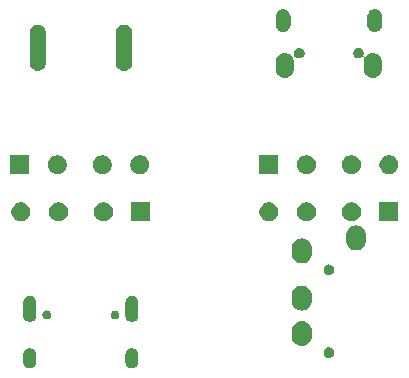
<source format=gbr>
G04 #@! TF.GenerationSoftware,KiCad,Pcbnew,(5.0.2)-1*
G04 #@! TF.CreationDate,2019-03-04T21:41:52+07:00*
G04 #@! TF.ProjectId,adapter,61646170-7465-4722-9e6b-696361645f70,rev?*
G04 #@! TF.SameCoordinates,Original*
G04 #@! TF.FileFunction,Soldermask,Bot*
G04 #@! TF.FilePolarity,Negative*
%FSLAX46Y46*%
G04 Gerber Fmt 4.6, Leading zero omitted, Abs format (unit mm)*
G04 Created by KiCad (PCBNEW (5.0.2)-1) date 3/4/2019 9:41:52 PM*
%MOMM*%
%LPD*%
G01*
G04 APERTURE LIST*
%ADD10C,0.100000*%
G04 APERTURE END LIST*
D10*
G36*
X29428014Y-44056973D02*
X29531878Y-44088479D01*
X29627600Y-44139644D01*
X29711501Y-44208499D01*
X29780356Y-44292400D01*
X29831521Y-44388121D01*
X29863027Y-44491985D01*
X29871000Y-44572933D01*
X29871000Y-45227067D01*
X29863027Y-45308015D01*
X29831521Y-45411879D01*
X29780356Y-45507600D01*
X29711501Y-45591501D01*
X29627600Y-45660356D01*
X29531879Y-45711521D01*
X29428015Y-45743027D01*
X29320000Y-45753666D01*
X29211986Y-45743027D01*
X29108122Y-45711521D01*
X29012401Y-45660356D01*
X28928500Y-45591501D01*
X28859645Y-45507600D01*
X28808480Y-45411879D01*
X28776973Y-45308015D01*
X28769000Y-45227067D01*
X28769000Y-44572934D01*
X28776973Y-44491986D01*
X28808479Y-44388122D01*
X28859644Y-44292400D01*
X28928499Y-44208499D01*
X29012400Y-44139644D01*
X29108121Y-44088479D01*
X29211985Y-44056973D01*
X29320000Y-44046334D01*
X29428014Y-44056973D01*
X29428014Y-44056973D01*
G37*
G36*
X20788014Y-44056973D02*
X20891878Y-44088479D01*
X20987600Y-44139644D01*
X21071501Y-44208499D01*
X21140356Y-44292400D01*
X21191521Y-44388121D01*
X21223027Y-44491985D01*
X21231000Y-44572933D01*
X21231000Y-45227067D01*
X21223027Y-45308015D01*
X21191521Y-45411879D01*
X21140356Y-45507600D01*
X21071501Y-45591501D01*
X20987600Y-45660356D01*
X20891879Y-45711521D01*
X20788015Y-45743027D01*
X20680000Y-45753666D01*
X20571986Y-45743027D01*
X20468122Y-45711521D01*
X20372401Y-45660356D01*
X20288500Y-45591501D01*
X20219645Y-45507600D01*
X20168480Y-45411879D01*
X20136973Y-45308015D01*
X20129000Y-45227067D01*
X20129000Y-44572934D01*
X20136973Y-44491986D01*
X20168479Y-44388122D01*
X20219644Y-44292400D01*
X20288499Y-44208499D01*
X20372400Y-44139644D01*
X20468121Y-44088479D01*
X20571985Y-44056973D01*
X20680000Y-44046334D01*
X20788014Y-44056973D01*
X20788014Y-44056973D01*
G37*
G36*
X46131552Y-43966331D02*
X46213625Y-44000327D01*
X46213626Y-44000328D01*
X46213629Y-44000329D01*
X46287496Y-44049686D01*
X46287500Y-44049689D01*
X46350311Y-44112500D01*
X46350313Y-44112503D01*
X46350314Y-44112504D01*
X46399671Y-44186371D01*
X46399672Y-44186374D01*
X46399673Y-44186375D01*
X46433669Y-44268448D01*
X46451000Y-44355579D01*
X46451000Y-44444421D01*
X46433669Y-44531552D01*
X46416525Y-44572940D01*
X46399671Y-44613629D01*
X46350314Y-44687496D01*
X46350311Y-44687500D01*
X46287500Y-44750311D01*
X46287497Y-44750313D01*
X46287496Y-44750314D01*
X46213629Y-44799671D01*
X46213626Y-44799672D01*
X46213625Y-44799673D01*
X46131552Y-44833669D01*
X46044421Y-44851000D01*
X45955579Y-44851000D01*
X45868448Y-44833669D01*
X45786375Y-44799673D01*
X45786374Y-44799672D01*
X45786371Y-44799671D01*
X45712504Y-44750314D01*
X45712503Y-44750313D01*
X45712500Y-44750311D01*
X45649689Y-44687500D01*
X45649686Y-44687496D01*
X45600329Y-44613629D01*
X45583475Y-44572940D01*
X45566331Y-44531552D01*
X45549000Y-44444421D01*
X45549000Y-44355579D01*
X45566331Y-44268448D01*
X45600327Y-44186375D01*
X45600328Y-44186374D01*
X45600329Y-44186371D01*
X45649686Y-44112504D01*
X45649687Y-44112503D01*
X45649689Y-44112500D01*
X45712500Y-44049689D01*
X45712504Y-44049686D01*
X45786371Y-44000329D01*
X45786374Y-44000328D01*
X45786375Y-44000327D01*
X45868448Y-43966331D01*
X45955579Y-43949000D01*
X46044421Y-43949000D01*
X46131552Y-43966331D01*
X46131552Y-43966331D01*
G37*
G36*
X43866821Y-41761313D02*
X43866824Y-41761314D01*
X43866825Y-41761314D01*
X44027239Y-41809975D01*
X44027241Y-41809976D01*
X44027244Y-41809977D01*
X44175078Y-41888995D01*
X44304659Y-41995341D01*
X44411005Y-42124922D01*
X44490023Y-42272756D01*
X44490024Y-42272759D01*
X44490025Y-42272761D01*
X44538686Y-42433175D01*
X44538686Y-42433178D01*
X44538687Y-42433180D01*
X44551000Y-42558197D01*
X44551000Y-43041804D01*
X44538687Y-43166821D01*
X44490023Y-43327244D01*
X44411005Y-43475078D01*
X44304659Y-43604659D01*
X44175078Y-43711005D01*
X44027243Y-43790023D01*
X44027240Y-43790024D01*
X44027238Y-43790025D01*
X43866824Y-43838686D01*
X43866823Y-43838686D01*
X43866820Y-43838687D01*
X43700000Y-43855117D01*
X43533179Y-43838687D01*
X43533176Y-43838686D01*
X43533175Y-43838686D01*
X43372761Y-43790025D01*
X43372759Y-43790024D01*
X43372756Y-43790023D01*
X43224922Y-43711005D01*
X43095341Y-43604659D01*
X42988995Y-43475078D01*
X42909977Y-43327243D01*
X42861315Y-43166825D01*
X42861314Y-43166824D01*
X42861314Y-43166823D01*
X42861313Y-43166820D01*
X42849000Y-43041803D01*
X42849000Y-42558196D01*
X42861313Y-42433179D01*
X42909977Y-42272756D01*
X42988993Y-42124926D01*
X43095344Y-41995339D01*
X43224923Y-41888995D01*
X43372757Y-41809977D01*
X43372760Y-41809976D01*
X43372762Y-41809975D01*
X43533176Y-41761314D01*
X43533177Y-41761314D01*
X43533180Y-41761313D01*
X43700000Y-41744883D01*
X43866821Y-41761313D01*
X43866821Y-41761313D01*
G37*
G36*
X20788014Y-39626973D02*
X20891878Y-39658479D01*
X20987600Y-39709644D01*
X21071501Y-39778499D01*
X21140356Y-39862400D01*
X21191521Y-39958121D01*
X21223027Y-40061985D01*
X21231000Y-40142933D01*
X21231000Y-41297067D01*
X21223027Y-41378015D01*
X21191521Y-41481879D01*
X21140356Y-41577600D01*
X21071501Y-41661501D01*
X20987600Y-41730356D01*
X20891879Y-41781521D01*
X20788015Y-41813027D01*
X20680000Y-41823666D01*
X20571986Y-41813027D01*
X20468122Y-41781521D01*
X20372401Y-41730356D01*
X20288500Y-41661501D01*
X20219645Y-41577600D01*
X20168480Y-41481879D01*
X20136974Y-41378015D01*
X20129001Y-41297067D01*
X20129000Y-40142934D01*
X20136973Y-40061986D01*
X20168479Y-39958122D01*
X20219644Y-39862400D01*
X20288499Y-39778499D01*
X20372400Y-39709644D01*
X20468121Y-39658479D01*
X20571985Y-39626973D01*
X20680000Y-39616334D01*
X20788014Y-39626973D01*
X20788014Y-39626973D01*
G37*
G36*
X29428014Y-39626973D02*
X29531878Y-39658479D01*
X29627600Y-39709644D01*
X29711501Y-39778499D01*
X29780356Y-39862400D01*
X29831521Y-39958121D01*
X29863027Y-40061985D01*
X29871000Y-40142933D01*
X29871000Y-41297067D01*
X29863027Y-41378015D01*
X29831521Y-41481879D01*
X29780356Y-41577600D01*
X29711501Y-41661501D01*
X29627600Y-41730356D01*
X29531879Y-41781521D01*
X29428015Y-41813027D01*
X29320000Y-41823666D01*
X29211986Y-41813027D01*
X29108122Y-41781521D01*
X29012401Y-41730356D01*
X28928500Y-41661501D01*
X28859645Y-41577600D01*
X28808480Y-41481879D01*
X28776974Y-41378015D01*
X28769001Y-41297067D01*
X28769000Y-40142934D01*
X28776973Y-40061986D01*
X28808479Y-39958122D01*
X28859644Y-39862400D01*
X28928499Y-39778499D01*
X29012400Y-39709644D01*
X29108121Y-39658479D01*
X29211985Y-39626973D01*
X29320000Y-39616334D01*
X29428014Y-39626973D01*
X29428014Y-39626973D01*
G37*
G36*
X27999672Y-40858449D02*
X27999674Y-40858450D01*
X27999675Y-40858450D01*
X28068103Y-40886793D01*
X28129409Y-40927757D01*
X28129689Y-40927944D01*
X28182056Y-40980311D01*
X28182058Y-40980314D01*
X28223207Y-41041897D01*
X28251550Y-41110325D01*
X28251551Y-41110328D01*
X28266000Y-41182966D01*
X28266000Y-41257034D01*
X28258037Y-41297067D01*
X28251550Y-41329675D01*
X28223207Y-41398103D01*
X28182243Y-41459409D01*
X28182056Y-41459689D01*
X28129689Y-41512056D01*
X28129686Y-41512058D01*
X28068103Y-41553207D01*
X27999675Y-41581550D01*
X27999674Y-41581550D01*
X27999672Y-41581551D01*
X27927034Y-41596000D01*
X27852966Y-41596000D01*
X27780328Y-41581551D01*
X27780326Y-41581550D01*
X27780325Y-41581550D01*
X27711897Y-41553207D01*
X27650314Y-41512058D01*
X27650311Y-41512056D01*
X27597944Y-41459689D01*
X27597757Y-41459409D01*
X27556793Y-41398103D01*
X27528450Y-41329675D01*
X27521964Y-41297067D01*
X27514000Y-41257034D01*
X27514000Y-41182966D01*
X27528449Y-41110328D01*
X27528450Y-41110325D01*
X27556793Y-41041897D01*
X27597942Y-40980314D01*
X27597944Y-40980311D01*
X27650311Y-40927944D01*
X27650591Y-40927757D01*
X27711897Y-40886793D01*
X27780325Y-40858450D01*
X27780326Y-40858450D01*
X27780328Y-40858449D01*
X27852966Y-40844000D01*
X27927034Y-40844000D01*
X27999672Y-40858449D01*
X27999672Y-40858449D01*
G37*
G36*
X22219672Y-40858449D02*
X22219674Y-40858450D01*
X22219675Y-40858450D01*
X22288103Y-40886793D01*
X22349409Y-40927757D01*
X22349689Y-40927944D01*
X22402056Y-40980311D01*
X22402058Y-40980314D01*
X22443207Y-41041897D01*
X22471550Y-41110325D01*
X22471551Y-41110328D01*
X22486000Y-41182966D01*
X22486000Y-41257034D01*
X22478037Y-41297067D01*
X22471550Y-41329675D01*
X22443207Y-41398103D01*
X22402243Y-41459409D01*
X22402056Y-41459689D01*
X22349689Y-41512056D01*
X22349686Y-41512058D01*
X22288103Y-41553207D01*
X22219675Y-41581550D01*
X22219674Y-41581550D01*
X22219672Y-41581551D01*
X22147034Y-41596000D01*
X22072966Y-41596000D01*
X22000328Y-41581551D01*
X22000326Y-41581550D01*
X22000325Y-41581550D01*
X21931897Y-41553207D01*
X21870314Y-41512058D01*
X21870311Y-41512056D01*
X21817944Y-41459689D01*
X21817757Y-41459409D01*
X21776793Y-41398103D01*
X21748450Y-41329675D01*
X21741964Y-41297067D01*
X21734000Y-41257034D01*
X21734000Y-41182966D01*
X21748449Y-41110328D01*
X21748450Y-41110325D01*
X21776793Y-41041897D01*
X21817942Y-40980314D01*
X21817944Y-40980311D01*
X21870311Y-40927944D01*
X21870591Y-40927757D01*
X21931897Y-40886793D01*
X22000325Y-40858450D01*
X22000326Y-40858450D01*
X22000328Y-40858449D01*
X22072966Y-40844000D01*
X22147034Y-40844000D01*
X22219672Y-40858449D01*
X22219672Y-40858449D01*
G37*
G36*
X43866821Y-38761313D02*
X43866824Y-38761314D01*
X43866825Y-38761314D01*
X44027239Y-38809975D01*
X44027241Y-38809976D01*
X44027244Y-38809977D01*
X44175078Y-38888995D01*
X44304659Y-38995341D01*
X44411005Y-39124922D01*
X44490023Y-39272756D01*
X44490024Y-39272759D01*
X44490025Y-39272761D01*
X44538686Y-39433175D01*
X44538686Y-39433178D01*
X44538687Y-39433180D01*
X44551000Y-39558197D01*
X44551000Y-40041804D01*
X44538687Y-40166821D01*
X44490023Y-40327244D01*
X44411005Y-40475078D01*
X44304659Y-40604659D01*
X44175078Y-40711005D01*
X44027243Y-40790023D01*
X44027240Y-40790024D01*
X44027238Y-40790025D01*
X43866824Y-40838686D01*
X43866823Y-40838686D01*
X43866820Y-40838687D01*
X43700000Y-40855117D01*
X43533179Y-40838687D01*
X43533176Y-40838686D01*
X43533175Y-40838686D01*
X43372761Y-40790025D01*
X43372759Y-40790024D01*
X43372756Y-40790023D01*
X43224922Y-40711005D01*
X43095341Y-40604659D01*
X42988995Y-40475078D01*
X42909977Y-40327243D01*
X42861315Y-40166825D01*
X42861314Y-40166824D01*
X42861314Y-40166823D01*
X42861313Y-40166820D01*
X42849000Y-40041803D01*
X42849000Y-39558196D01*
X42861313Y-39433179D01*
X42909977Y-39272756D01*
X42988993Y-39124926D01*
X43095344Y-38995339D01*
X43224923Y-38888995D01*
X43372757Y-38809977D01*
X43372760Y-38809976D01*
X43372762Y-38809975D01*
X43533176Y-38761314D01*
X43533177Y-38761314D01*
X43533180Y-38761313D01*
X43700000Y-38744883D01*
X43866821Y-38761313D01*
X43866821Y-38761313D01*
G37*
G36*
X46131552Y-36966331D02*
X46213625Y-37000327D01*
X46213626Y-37000328D01*
X46213629Y-37000329D01*
X46287496Y-37049686D01*
X46287500Y-37049689D01*
X46350311Y-37112500D01*
X46350313Y-37112503D01*
X46350314Y-37112504D01*
X46399671Y-37186371D01*
X46399672Y-37186374D01*
X46399673Y-37186375D01*
X46433669Y-37268448D01*
X46451000Y-37355579D01*
X46451000Y-37444421D01*
X46433669Y-37531552D01*
X46399673Y-37613625D01*
X46399671Y-37613629D01*
X46350314Y-37687496D01*
X46350311Y-37687500D01*
X46287500Y-37750311D01*
X46287497Y-37750313D01*
X46287496Y-37750314D01*
X46213629Y-37799671D01*
X46213626Y-37799672D01*
X46213625Y-37799673D01*
X46131552Y-37833669D01*
X46044421Y-37851000D01*
X45955579Y-37851000D01*
X45868448Y-37833669D01*
X45786375Y-37799673D01*
X45786374Y-37799672D01*
X45786371Y-37799671D01*
X45712504Y-37750314D01*
X45712503Y-37750313D01*
X45712500Y-37750311D01*
X45649689Y-37687500D01*
X45649686Y-37687496D01*
X45600329Y-37613629D01*
X45600327Y-37613625D01*
X45566331Y-37531552D01*
X45549000Y-37444421D01*
X45549000Y-37355579D01*
X45566331Y-37268448D01*
X45600327Y-37186375D01*
X45600328Y-37186374D01*
X45600329Y-37186371D01*
X45649686Y-37112504D01*
X45649687Y-37112503D01*
X45649689Y-37112500D01*
X45712500Y-37049689D01*
X45712504Y-37049686D01*
X45786371Y-37000329D01*
X45786374Y-37000328D01*
X45786375Y-37000327D01*
X45868448Y-36966331D01*
X45955579Y-36949000D01*
X46044421Y-36949000D01*
X46131552Y-36966331D01*
X46131552Y-36966331D01*
G37*
G36*
X43866821Y-34761313D02*
X43866824Y-34761314D01*
X43866825Y-34761314D01*
X44027239Y-34809975D01*
X44027241Y-34809976D01*
X44027244Y-34809977D01*
X44175078Y-34888995D01*
X44304659Y-34995341D01*
X44411005Y-35124922D01*
X44490023Y-35272756D01*
X44490024Y-35272759D01*
X44490025Y-35272761D01*
X44538686Y-35433175D01*
X44538686Y-35433178D01*
X44538687Y-35433180D01*
X44551000Y-35558197D01*
X44551000Y-36041804D01*
X44538687Y-36166821D01*
X44490023Y-36327244D01*
X44411005Y-36475078D01*
X44304659Y-36604659D01*
X44175078Y-36711005D01*
X44027243Y-36790023D01*
X44027240Y-36790024D01*
X44027238Y-36790025D01*
X43866824Y-36838686D01*
X43866823Y-36838686D01*
X43866820Y-36838687D01*
X43700000Y-36855117D01*
X43533179Y-36838687D01*
X43533176Y-36838686D01*
X43533175Y-36838686D01*
X43372761Y-36790025D01*
X43372759Y-36790024D01*
X43372756Y-36790023D01*
X43224922Y-36711005D01*
X43095341Y-36604659D01*
X42988995Y-36475078D01*
X42909977Y-36327243D01*
X42861315Y-36166825D01*
X42861314Y-36166824D01*
X42861314Y-36166823D01*
X42861313Y-36166820D01*
X42849000Y-36041803D01*
X42849000Y-35558196D01*
X42861313Y-35433179D01*
X42909977Y-35272756D01*
X42988993Y-35124926D01*
X43095344Y-34995339D01*
X43224923Y-34888995D01*
X43372757Y-34809977D01*
X43372760Y-34809976D01*
X43372762Y-34809975D01*
X43533176Y-34761314D01*
X43533177Y-34761314D01*
X43533180Y-34761313D01*
X43700000Y-34744883D01*
X43866821Y-34761313D01*
X43866821Y-34761313D01*
G37*
G36*
X48466821Y-33661313D02*
X48466824Y-33661314D01*
X48466825Y-33661314D01*
X48627239Y-33709975D01*
X48627241Y-33709976D01*
X48627244Y-33709977D01*
X48775078Y-33788995D01*
X48904659Y-33895341D01*
X49011005Y-34024922D01*
X49090023Y-34172756D01*
X49090024Y-34172759D01*
X49090025Y-34172761D01*
X49138686Y-34333175D01*
X49138686Y-34333178D01*
X49138687Y-34333180D01*
X49151000Y-34458197D01*
X49151000Y-34941804D01*
X49138687Y-35066821D01*
X49090023Y-35227244D01*
X49011005Y-35375078D01*
X48904659Y-35504659D01*
X48775078Y-35611005D01*
X48627243Y-35690023D01*
X48627240Y-35690024D01*
X48627238Y-35690025D01*
X48466824Y-35738686D01*
X48466823Y-35738686D01*
X48466820Y-35738687D01*
X48300000Y-35755117D01*
X48133179Y-35738687D01*
X48133176Y-35738686D01*
X48133175Y-35738686D01*
X47972761Y-35690025D01*
X47972759Y-35690024D01*
X47972756Y-35690023D01*
X47824922Y-35611005D01*
X47695341Y-35504659D01*
X47588995Y-35375078D01*
X47509977Y-35227243D01*
X47461315Y-35066825D01*
X47461314Y-35066824D01*
X47461314Y-35066823D01*
X47461313Y-35066820D01*
X47449000Y-34941803D01*
X47449000Y-34458196D01*
X47461313Y-34333179D01*
X47509977Y-34172756D01*
X47588993Y-34024926D01*
X47695344Y-33895339D01*
X47824923Y-33788995D01*
X47972757Y-33709977D01*
X47972760Y-33709976D01*
X47972762Y-33709975D01*
X48133176Y-33661314D01*
X48133177Y-33661314D01*
X48133180Y-33661313D01*
X48300000Y-33644883D01*
X48466821Y-33661313D01*
X48466821Y-33661313D01*
G37*
G36*
X20153643Y-31729781D02*
X20299415Y-31790162D01*
X20430611Y-31877824D01*
X20542176Y-31989389D01*
X20629838Y-32120585D01*
X20690219Y-32266357D01*
X20721000Y-32421107D01*
X20721000Y-32578893D01*
X20690219Y-32733643D01*
X20629838Y-32879415D01*
X20542176Y-33010611D01*
X20430611Y-33122176D01*
X20299415Y-33209838D01*
X20153643Y-33270219D01*
X19998893Y-33301000D01*
X19841107Y-33301000D01*
X19686357Y-33270219D01*
X19540585Y-33209838D01*
X19409389Y-33122176D01*
X19297824Y-33010611D01*
X19210162Y-32879415D01*
X19149781Y-32733643D01*
X19119000Y-32578893D01*
X19119000Y-32421107D01*
X19149781Y-32266357D01*
X19210162Y-32120585D01*
X19297824Y-31989389D01*
X19409389Y-31877824D01*
X19540585Y-31790162D01*
X19686357Y-31729781D01*
X19841107Y-31699000D01*
X19998893Y-31699000D01*
X20153643Y-31729781D01*
X20153643Y-31729781D01*
G37*
G36*
X23328643Y-31729781D02*
X23474415Y-31790162D01*
X23605611Y-31877824D01*
X23717176Y-31989389D01*
X23804838Y-32120585D01*
X23865219Y-32266357D01*
X23896000Y-32421107D01*
X23896000Y-32578893D01*
X23865219Y-32733643D01*
X23804838Y-32879415D01*
X23717176Y-33010611D01*
X23605611Y-33122176D01*
X23474415Y-33209838D01*
X23328643Y-33270219D01*
X23173893Y-33301000D01*
X23016107Y-33301000D01*
X22861357Y-33270219D01*
X22715585Y-33209838D01*
X22584389Y-33122176D01*
X22472824Y-33010611D01*
X22385162Y-32879415D01*
X22324781Y-32733643D01*
X22294000Y-32578893D01*
X22294000Y-32421107D01*
X22324781Y-32266357D01*
X22385162Y-32120585D01*
X22472824Y-31989389D01*
X22584389Y-31877824D01*
X22715585Y-31790162D01*
X22861357Y-31729781D01*
X23016107Y-31699000D01*
X23173893Y-31699000D01*
X23328643Y-31729781D01*
X23328643Y-31729781D01*
G37*
G36*
X27138643Y-31729781D02*
X27284415Y-31790162D01*
X27415611Y-31877824D01*
X27527176Y-31989389D01*
X27614838Y-32120585D01*
X27675219Y-32266357D01*
X27706000Y-32421107D01*
X27706000Y-32578893D01*
X27675219Y-32733643D01*
X27614838Y-32879415D01*
X27527176Y-33010611D01*
X27415611Y-33122176D01*
X27284415Y-33209838D01*
X27138643Y-33270219D01*
X26983893Y-33301000D01*
X26826107Y-33301000D01*
X26671357Y-33270219D01*
X26525585Y-33209838D01*
X26394389Y-33122176D01*
X26282824Y-33010611D01*
X26195162Y-32879415D01*
X26134781Y-32733643D01*
X26104000Y-32578893D01*
X26104000Y-32421107D01*
X26134781Y-32266357D01*
X26195162Y-32120585D01*
X26282824Y-31989389D01*
X26394389Y-31877824D01*
X26525585Y-31790162D01*
X26671357Y-31729781D01*
X26826107Y-31699000D01*
X26983893Y-31699000D01*
X27138643Y-31729781D01*
X27138643Y-31729781D01*
G37*
G36*
X30881000Y-33301000D02*
X29279000Y-33301000D01*
X29279000Y-31699000D01*
X30881000Y-31699000D01*
X30881000Y-33301000D01*
X30881000Y-33301000D01*
G37*
G36*
X48138643Y-31729781D02*
X48284415Y-31790162D01*
X48415611Y-31877824D01*
X48527176Y-31989389D01*
X48614838Y-32120585D01*
X48675219Y-32266357D01*
X48706000Y-32421107D01*
X48706000Y-32578893D01*
X48675219Y-32733643D01*
X48614838Y-32879415D01*
X48527176Y-33010611D01*
X48415611Y-33122176D01*
X48284415Y-33209838D01*
X48138643Y-33270219D01*
X47983893Y-33301000D01*
X47826107Y-33301000D01*
X47671357Y-33270219D01*
X47525585Y-33209838D01*
X47394389Y-33122176D01*
X47282824Y-33010611D01*
X47195162Y-32879415D01*
X47134781Y-32733643D01*
X47104000Y-32578893D01*
X47104000Y-32421107D01*
X47134781Y-32266357D01*
X47195162Y-32120585D01*
X47282824Y-31989389D01*
X47394389Y-31877824D01*
X47525585Y-31790162D01*
X47671357Y-31729781D01*
X47826107Y-31699000D01*
X47983893Y-31699000D01*
X48138643Y-31729781D01*
X48138643Y-31729781D01*
G37*
G36*
X51881000Y-33301000D02*
X50279000Y-33301000D01*
X50279000Y-31699000D01*
X51881000Y-31699000D01*
X51881000Y-33301000D01*
X51881000Y-33301000D01*
G37*
G36*
X41153643Y-31729781D02*
X41299415Y-31790162D01*
X41430611Y-31877824D01*
X41542176Y-31989389D01*
X41629838Y-32120585D01*
X41690219Y-32266357D01*
X41721000Y-32421107D01*
X41721000Y-32578893D01*
X41690219Y-32733643D01*
X41629838Y-32879415D01*
X41542176Y-33010611D01*
X41430611Y-33122176D01*
X41299415Y-33209838D01*
X41153643Y-33270219D01*
X40998893Y-33301000D01*
X40841107Y-33301000D01*
X40686357Y-33270219D01*
X40540585Y-33209838D01*
X40409389Y-33122176D01*
X40297824Y-33010611D01*
X40210162Y-32879415D01*
X40149781Y-32733643D01*
X40119000Y-32578893D01*
X40119000Y-32421107D01*
X40149781Y-32266357D01*
X40210162Y-32120585D01*
X40297824Y-31989389D01*
X40409389Y-31877824D01*
X40540585Y-31790162D01*
X40686357Y-31729781D01*
X40841107Y-31699000D01*
X40998893Y-31699000D01*
X41153643Y-31729781D01*
X41153643Y-31729781D01*
G37*
G36*
X44328643Y-31729781D02*
X44474415Y-31790162D01*
X44605611Y-31877824D01*
X44717176Y-31989389D01*
X44804838Y-32120585D01*
X44865219Y-32266357D01*
X44896000Y-32421107D01*
X44896000Y-32578893D01*
X44865219Y-32733643D01*
X44804838Y-32879415D01*
X44717176Y-33010611D01*
X44605611Y-33122176D01*
X44474415Y-33209838D01*
X44328643Y-33270219D01*
X44173893Y-33301000D01*
X44016107Y-33301000D01*
X43861357Y-33270219D01*
X43715585Y-33209838D01*
X43584389Y-33122176D01*
X43472824Y-33010611D01*
X43385162Y-32879415D01*
X43324781Y-32733643D01*
X43294000Y-32578893D01*
X43294000Y-32421107D01*
X43324781Y-32266357D01*
X43385162Y-32120585D01*
X43472824Y-31989389D01*
X43584389Y-31877824D01*
X43715585Y-31790162D01*
X43861357Y-31729781D01*
X44016107Y-31699000D01*
X44173893Y-31699000D01*
X44328643Y-31729781D01*
X44328643Y-31729781D01*
G37*
G36*
X48138643Y-27729781D02*
X48284415Y-27790162D01*
X48415611Y-27877824D01*
X48527176Y-27989389D01*
X48614838Y-28120585D01*
X48675219Y-28266357D01*
X48706000Y-28421107D01*
X48706000Y-28578893D01*
X48675219Y-28733643D01*
X48614838Y-28879415D01*
X48527176Y-29010611D01*
X48415611Y-29122176D01*
X48284415Y-29209838D01*
X48138643Y-29270219D01*
X47983893Y-29301000D01*
X47826107Y-29301000D01*
X47671357Y-29270219D01*
X47525585Y-29209838D01*
X47394389Y-29122176D01*
X47282824Y-29010611D01*
X47195162Y-28879415D01*
X47134781Y-28733643D01*
X47104000Y-28578893D01*
X47104000Y-28421107D01*
X47134781Y-28266357D01*
X47195162Y-28120585D01*
X47282824Y-27989389D01*
X47394389Y-27877824D01*
X47525585Y-27790162D01*
X47671357Y-27729781D01*
X47826107Y-27699000D01*
X47983893Y-27699000D01*
X48138643Y-27729781D01*
X48138643Y-27729781D01*
G37*
G36*
X41721000Y-29301000D02*
X40119000Y-29301000D01*
X40119000Y-27699000D01*
X41721000Y-27699000D01*
X41721000Y-29301000D01*
X41721000Y-29301000D01*
G37*
G36*
X30218643Y-27729781D02*
X30364415Y-27790162D01*
X30495611Y-27877824D01*
X30607176Y-27989389D01*
X30694838Y-28120585D01*
X30755219Y-28266357D01*
X30786000Y-28421107D01*
X30786000Y-28578893D01*
X30755219Y-28733643D01*
X30694838Y-28879415D01*
X30607176Y-29010611D01*
X30495611Y-29122176D01*
X30364415Y-29209838D01*
X30218643Y-29270219D01*
X30063893Y-29301000D01*
X29906107Y-29301000D01*
X29751357Y-29270219D01*
X29605585Y-29209838D01*
X29474389Y-29122176D01*
X29362824Y-29010611D01*
X29275162Y-28879415D01*
X29214781Y-28733643D01*
X29184000Y-28578893D01*
X29184000Y-28421107D01*
X29214781Y-28266357D01*
X29275162Y-28120585D01*
X29362824Y-27989389D01*
X29474389Y-27877824D01*
X29605585Y-27790162D01*
X29751357Y-27729781D01*
X29906107Y-27699000D01*
X30063893Y-27699000D01*
X30218643Y-27729781D01*
X30218643Y-27729781D01*
G37*
G36*
X27043643Y-27729781D02*
X27189415Y-27790162D01*
X27320611Y-27877824D01*
X27432176Y-27989389D01*
X27519838Y-28120585D01*
X27580219Y-28266357D01*
X27611000Y-28421107D01*
X27611000Y-28578893D01*
X27580219Y-28733643D01*
X27519838Y-28879415D01*
X27432176Y-29010611D01*
X27320611Y-29122176D01*
X27189415Y-29209838D01*
X27043643Y-29270219D01*
X26888893Y-29301000D01*
X26731107Y-29301000D01*
X26576357Y-29270219D01*
X26430585Y-29209838D01*
X26299389Y-29122176D01*
X26187824Y-29010611D01*
X26100162Y-28879415D01*
X26039781Y-28733643D01*
X26009000Y-28578893D01*
X26009000Y-28421107D01*
X26039781Y-28266357D01*
X26100162Y-28120585D01*
X26187824Y-27989389D01*
X26299389Y-27877824D01*
X26430585Y-27790162D01*
X26576357Y-27729781D01*
X26731107Y-27699000D01*
X26888893Y-27699000D01*
X27043643Y-27729781D01*
X27043643Y-27729781D01*
G37*
G36*
X23233643Y-27729781D02*
X23379415Y-27790162D01*
X23510611Y-27877824D01*
X23622176Y-27989389D01*
X23709838Y-28120585D01*
X23770219Y-28266357D01*
X23801000Y-28421107D01*
X23801000Y-28578893D01*
X23770219Y-28733643D01*
X23709838Y-28879415D01*
X23622176Y-29010611D01*
X23510611Y-29122176D01*
X23379415Y-29209838D01*
X23233643Y-29270219D01*
X23078893Y-29301000D01*
X22921107Y-29301000D01*
X22766357Y-29270219D01*
X22620585Y-29209838D01*
X22489389Y-29122176D01*
X22377824Y-29010611D01*
X22290162Y-28879415D01*
X22229781Y-28733643D01*
X22199000Y-28578893D01*
X22199000Y-28421107D01*
X22229781Y-28266357D01*
X22290162Y-28120585D01*
X22377824Y-27989389D01*
X22489389Y-27877824D01*
X22620585Y-27790162D01*
X22766357Y-27729781D01*
X22921107Y-27699000D01*
X23078893Y-27699000D01*
X23233643Y-27729781D01*
X23233643Y-27729781D01*
G37*
G36*
X51313643Y-27729781D02*
X51459415Y-27790162D01*
X51590611Y-27877824D01*
X51702176Y-27989389D01*
X51789838Y-28120585D01*
X51850219Y-28266357D01*
X51881000Y-28421107D01*
X51881000Y-28578893D01*
X51850219Y-28733643D01*
X51789838Y-28879415D01*
X51702176Y-29010611D01*
X51590611Y-29122176D01*
X51459415Y-29209838D01*
X51313643Y-29270219D01*
X51158893Y-29301000D01*
X51001107Y-29301000D01*
X50846357Y-29270219D01*
X50700585Y-29209838D01*
X50569389Y-29122176D01*
X50457824Y-29010611D01*
X50370162Y-28879415D01*
X50309781Y-28733643D01*
X50279000Y-28578893D01*
X50279000Y-28421107D01*
X50309781Y-28266357D01*
X50370162Y-28120585D01*
X50457824Y-27989389D01*
X50569389Y-27877824D01*
X50700585Y-27790162D01*
X50846357Y-27729781D01*
X51001107Y-27699000D01*
X51158893Y-27699000D01*
X51313643Y-27729781D01*
X51313643Y-27729781D01*
G37*
G36*
X20626000Y-29301000D02*
X19024000Y-29301000D01*
X19024000Y-27699000D01*
X20626000Y-27699000D01*
X20626000Y-29301000D01*
X20626000Y-29301000D01*
G37*
G36*
X44328643Y-27729781D02*
X44474415Y-27790162D01*
X44605611Y-27877824D01*
X44717176Y-27989389D01*
X44804838Y-28120585D01*
X44865219Y-28266357D01*
X44896000Y-28421107D01*
X44896000Y-28578893D01*
X44865219Y-28733643D01*
X44804838Y-28879415D01*
X44717176Y-29010611D01*
X44605611Y-29122176D01*
X44474415Y-29209838D01*
X44328643Y-29270219D01*
X44173893Y-29301000D01*
X44016107Y-29301000D01*
X43861357Y-29270219D01*
X43715585Y-29209838D01*
X43584389Y-29122176D01*
X43472824Y-29010611D01*
X43385162Y-28879415D01*
X43324781Y-28733643D01*
X43294000Y-28578893D01*
X43294000Y-28421107D01*
X43324781Y-28266357D01*
X43385162Y-28120585D01*
X43472824Y-27989389D01*
X43584389Y-27877824D01*
X43715585Y-27790162D01*
X43861357Y-27729781D01*
X44016107Y-27699000D01*
X44173893Y-27699000D01*
X44328643Y-27729781D01*
X44328643Y-27729781D01*
G37*
G36*
X43588413Y-18605525D02*
X43663456Y-18628290D01*
X43673425Y-18631314D01*
X43751774Y-18673193D01*
X43820448Y-18729552D01*
X43876807Y-18798226D01*
X43918686Y-18876575D01*
X43918687Y-18876579D01*
X43944475Y-18961587D01*
X43953182Y-19050000D01*
X43944475Y-19138413D01*
X43927455Y-19194518D01*
X43918686Y-19223425D01*
X43876807Y-19301774D01*
X43820448Y-19370448D01*
X43751774Y-19426807D01*
X43673425Y-19468686D01*
X43663456Y-19471710D01*
X43588413Y-19494475D01*
X43522158Y-19501000D01*
X43477842Y-19501000D01*
X43411587Y-19494475D01*
X43336544Y-19471710D01*
X43326575Y-19468686D01*
X43273265Y-19440191D01*
X43248225Y-19426807D01*
X43209687Y-19395179D01*
X43188571Y-19377850D01*
X43168202Y-19364239D01*
X43145563Y-19354862D01*
X43121529Y-19350081D01*
X43097025Y-19350081D01*
X43072992Y-19354861D01*
X43050352Y-19364238D01*
X43029978Y-19377852D01*
X43012650Y-19395179D01*
X42999036Y-19415553D01*
X42989659Y-19438192D01*
X42984878Y-19462226D01*
X42984878Y-19486730D01*
X42989658Y-19510763D01*
X42993157Y-19519212D01*
X42995398Y-19526599D01*
X42995399Y-19526601D01*
X43033727Y-19652953D01*
X43039772Y-19672881D01*
X43051000Y-19786882D01*
X43051000Y-20413118D01*
X43039772Y-20527119D01*
X42995398Y-20673401D01*
X42923341Y-20808210D01*
X42826369Y-20926369D01*
X42708209Y-21023341D01*
X42708207Y-21023342D01*
X42573398Y-21095399D01*
X42454351Y-21131511D01*
X42427118Y-21139772D01*
X42275000Y-21154754D01*
X42122881Y-21139772D01*
X42095648Y-21131511D01*
X41976601Y-21095399D01*
X41841792Y-21023342D01*
X41841790Y-21023341D01*
X41723631Y-20926369D01*
X41626659Y-20808209D01*
X41554602Y-20673400D01*
X41510228Y-20527118D01*
X41499000Y-20413117D01*
X41499000Y-19786882D01*
X41510228Y-19672881D01*
X41554602Y-19526599D01*
X41626660Y-19391790D01*
X41723632Y-19273631D01*
X41841791Y-19176659D01*
X41976600Y-19104602D01*
X41976602Y-19104601D01*
X42122879Y-19060229D01*
X42122882Y-19060228D01*
X42275000Y-19045246D01*
X42427119Y-19060228D01*
X42427122Y-19060229D01*
X42573399Y-19104601D01*
X42573401Y-19104602D01*
X42708210Y-19176659D01*
X42789114Y-19243056D01*
X42826367Y-19273629D01*
X42826370Y-19273632D01*
X42856304Y-19310105D01*
X42873631Y-19327432D01*
X42894006Y-19341046D01*
X42916645Y-19350423D01*
X42940678Y-19355203D01*
X42965183Y-19355203D01*
X42989216Y-19350422D01*
X43011855Y-19341044D01*
X43032229Y-19327430D01*
X43049556Y-19310103D01*
X43063170Y-19289728D01*
X43072547Y-19267089D01*
X43077327Y-19243056D01*
X43077327Y-19218551D01*
X43072547Y-19194524D01*
X43066167Y-19173489D01*
X43055525Y-19138411D01*
X43046818Y-19050000D01*
X43055525Y-18961587D01*
X43081313Y-18876579D01*
X43081314Y-18876575D01*
X43123193Y-18798226D01*
X43179552Y-18729552D01*
X43248226Y-18673193D01*
X43326575Y-18631314D01*
X43336544Y-18628290D01*
X43411587Y-18605525D01*
X43477842Y-18599000D01*
X43522158Y-18599000D01*
X43588413Y-18605525D01*
X43588413Y-18605525D01*
G37*
G36*
X48588413Y-18605525D02*
X48663456Y-18628290D01*
X48673425Y-18631314D01*
X48751774Y-18673193D01*
X48820448Y-18729552D01*
X48876807Y-18798226D01*
X48918686Y-18876575D01*
X48918687Y-18876579D01*
X48944475Y-18961587D01*
X48953182Y-19050000D01*
X48944475Y-19138413D01*
X48927454Y-19194521D01*
X48922673Y-19218554D01*
X48922673Y-19243058D01*
X48927453Y-19267092D01*
X48936830Y-19289731D01*
X48950444Y-19310106D01*
X48967771Y-19327433D01*
X48988146Y-19341047D01*
X49010785Y-19350424D01*
X49034818Y-19355205D01*
X49059322Y-19355205D01*
X49083356Y-19350425D01*
X49105995Y-19341048D01*
X49126370Y-19327434D01*
X49143698Y-19310106D01*
X49173632Y-19273631D01*
X49173634Y-19273629D01*
X49291791Y-19176659D01*
X49426600Y-19104602D01*
X49426602Y-19104601D01*
X49572879Y-19060229D01*
X49572882Y-19060228D01*
X49725000Y-19045246D01*
X49877119Y-19060228D01*
X49877122Y-19060229D01*
X50023399Y-19104601D01*
X50023401Y-19104602D01*
X50158210Y-19176659D01*
X50276369Y-19273631D01*
X50373341Y-19391790D01*
X50445398Y-19526599D01*
X50489772Y-19672881D01*
X50501000Y-19786882D01*
X50501000Y-20413118D01*
X50489772Y-20527119D01*
X50445398Y-20673401D01*
X50373341Y-20808210D01*
X50276369Y-20926369D01*
X50158209Y-21023341D01*
X50158207Y-21023342D01*
X50023398Y-21095399D01*
X49904351Y-21131511D01*
X49877118Y-21139772D01*
X49725000Y-21154754D01*
X49572881Y-21139772D01*
X49545648Y-21131511D01*
X49426601Y-21095399D01*
X49291792Y-21023342D01*
X49291790Y-21023341D01*
X49173631Y-20926369D01*
X49076659Y-20808209D01*
X49004602Y-20673400D01*
X48960228Y-20527118D01*
X48949000Y-20413117D01*
X48949000Y-19786882D01*
X48960228Y-19672881D01*
X49006844Y-19519208D01*
X49010345Y-19510754D01*
X49015123Y-19486721D01*
X49015121Y-19462216D01*
X49010338Y-19438183D01*
X49000959Y-19415545D01*
X48987344Y-19395172D01*
X48970015Y-19377846D01*
X48949639Y-19364234D01*
X48926999Y-19354858D01*
X48902966Y-19350080D01*
X48878461Y-19350082D01*
X48854428Y-19354865D01*
X48831790Y-19364244D01*
X48811429Y-19377850D01*
X48790313Y-19395179D01*
X48751775Y-19426807D01*
X48726735Y-19440191D01*
X48673425Y-19468686D01*
X48663456Y-19471710D01*
X48588413Y-19494475D01*
X48522158Y-19501000D01*
X48477842Y-19501000D01*
X48411587Y-19494475D01*
X48336544Y-19471710D01*
X48326575Y-19468686D01*
X48248226Y-19426807D01*
X48179552Y-19370448D01*
X48123193Y-19301774D01*
X48081314Y-19223425D01*
X48072545Y-19194518D01*
X48055525Y-19138413D01*
X48046818Y-19050000D01*
X48055525Y-18961587D01*
X48081313Y-18876579D01*
X48081314Y-18876575D01*
X48123193Y-18798226D01*
X48179552Y-18729552D01*
X48248226Y-18673193D01*
X48326575Y-18631314D01*
X48336544Y-18628290D01*
X48411587Y-18605525D01*
X48477842Y-18599000D01*
X48522158Y-18599000D01*
X48588413Y-18605525D01*
X48588413Y-18605525D01*
G37*
G36*
X28787421Y-16659143D02*
X28919557Y-16699227D01*
X28919559Y-16699228D01*
X29041339Y-16764320D01*
X29148080Y-16851920D01*
X29235680Y-16958661D01*
X29300772Y-17080441D01*
X29300773Y-17080443D01*
X29340857Y-17212579D01*
X29351000Y-17315568D01*
X29351000Y-19884432D01*
X29340857Y-19987421D01*
X29300773Y-20119556D01*
X29300772Y-20119559D01*
X29235680Y-20241339D01*
X29172691Y-20318090D01*
X29148078Y-20348082D01*
X29068836Y-20413113D01*
X29041338Y-20435680D01*
X28919558Y-20500772D01*
X28919556Y-20500773D01*
X28787420Y-20540857D01*
X28650000Y-20554391D01*
X28512579Y-20540857D01*
X28380443Y-20500773D01*
X28380441Y-20500772D01*
X28258661Y-20435680D01*
X28181910Y-20372691D01*
X28151918Y-20348078D01*
X28064321Y-20241339D01*
X28064320Y-20241337D01*
X27999228Y-20119558D01*
X27999227Y-20119556D01*
X27959143Y-19987420D01*
X27949000Y-19884431D01*
X27949001Y-17315568D01*
X27959144Y-17212579D01*
X27999228Y-17080443D01*
X27999229Y-17080441D01*
X28064321Y-16958661D01*
X28151921Y-16851920D01*
X28258662Y-16764320D01*
X28380442Y-16699228D01*
X28380444Y-16699227D01*
X28512580Y-16659143D01*
X28650000Y-16645609D01*
X28787421Y-16659143D01*
X28787421Y-16659143D01*
G37*
G36*
X21487421Y-16659143D02*
X21619557Y-16699227D01*
X21619559Y-16699228D01*
X21741339Y-16764320D01*
X21848080Y-16851920D01*
X21935680Y-16958661D01*
X22000772Y-17080441D01*
X22000773Y-17080443D01*
X22040857Y-17212579D01*
X22051000Y-17315568D01*
X22051000Y-19884432D01*
X22040857Y-19987421D01*
X22000773Y-20119556D01*
X22000772Y-20119559D01*
X21935680Y-20241339D01*
X21872691Y-20318090D01*
X21848078Y-20348082D01*
X21768836Y-20413113D01*
X21741338Y-20435680D01*
X21619558Y-20500772D01*
X21619556Y-20500773D01*
X21487420Y-20540857D01*
X21350000Y-20554391D01*
X21212579Y-20540857D01*
X21080443Y-20500773D01*
X21080441Y-20500772D01*
X20958661Y-20435680D01*
X20881910Y-20372691D01*
X20851918Y-20348078D01*
X20764321Y-20241339D01*
X20764320Y-20241337D01*
X20699228Y-20119558D01*
X20699227Y-20119556D01*
X20659143Y-19987420D01*
X20649000Y-19884431D01*
X20649001Y-17315568D01*
X20659144Y-17212579D01*
X20699228Y-17080443D01*
X20699229Y-17080441D01*
X20764321Y-16958661D01*
X20851921Y-16851920D01*
X20958662Y-16764320D01*
X21080442Y-16699228D01*
X21080444Y-16699227D01*
X21212580Y-16659143D01*
X21350000Y-16645609D01*
X21487421Y-16659143D01*
X21487421Y-16659143D01*
G37*
G36*
X42247714Y-15358058D02*
X42247717Y-15358059D01*
X42365719Y-15393854D01*
X42365721Y-15393855D01*
X42474471Y-15451983D01*
X42569790Y-15530210D01*
X42648017Y-15625529D01*
X42706145Y-15734279D01*
X42741942Y-15852286D01*
X42751000Y-15944253D01*
X42751000Y-16655747D01*
X42741942Y-16747714D01*
X42741941Y-16747716D01*
X42741941Y-16747717D01*
X42710332Y-16851920D01*
X42706145Y-16865721D01*
X42648017Y-16974471D01*
X42569793Y-17069787D01*
X42569791Y-17069788D01*
X42569790Y-17069790D01*
X42474468Y-17148018D01*
X42365718Y-17206146D01*
X42269682Y-17235278D01*
X42247713Y-17241942D01*
X42125000Y-17254028D01*
X42002286Y-17241942D01*
X41980317Y-17235278D01*
X41884281Y-17206146D01*
X41775531Y-17148018D01*
X41775529Y-17148017D01*
X41680213Y-17069793D01*
X41680212Y-17069791D01*
X41680210Y-17069790D01*
X41601982Y-16974468D01*
X41543854Y-16865718D01*
X41508059Y-16747716D01*
X41508058Y-16747713D01*
X41499000Y-16655746D01*
X41499000Y-15944253D01*
X41508058Y-15852286D01*
X41543854Y-15734281D01*
X41543855Y-15734279D01*
X41601983Y-15625531D01*
X41680211Y-15530210D01*
X41775530Y-15451983D01*
X41884280Y-15393855D01*
X41884282Y-15393854D01*
X42002284Y-15358059D01*
X42002287Y-15358058D01*
X42125000Y-15345972D01*
X42247714Y-15358058D01*
X42247714Y-15358058D01*
G37*
G36*
X49997714Y-15358058D02*
X49997717Y-15358059D01*
X50115719Y-15393854D01*
X50115721Y-15393855D01*
X50224471Y-15451983D01*
X50319790Y-15530210D01*
X50398017Y-15625529D01*
X50456145Y-15734279D01*
X50491942Y-15852286D01*
X50501000Y-15944253D01*
X50501000Y-16655747D01*
X50491942Y-16747714D01*
X50491941Y-16747716D01*
X50491941Y-16747717D01*
X50460332Y-16851920D01*
X50456145Y-16865721D01*
X50398017Y-16974471D01*
X50319793Y-17069787D01*
X50319791Y-17069788D01*
X50319790Y-17069790D01*
X50224468Y-17148018D01*
X50115718Y-17206146D01*
X50019682Y-17235278D01*
X49997713Y-17241942D01*
X49875000Y-17254028D01*
X49752286Y-17241942D01*
X49730317Y-17235278D01*
X49634281Y-17206146D01*
X49525531Y-17148018D01*
X49525529Y-17148017D01*
X49430213Y-17069793D01*
X49430212Y-17069791D01*
X49430210Y-17069790D01*
X49351982Y-16974468D01*
X49293854Y-16865718D01*
X49258059Y-16747716D01*
X49258058Y-16747713D01*
X49249000Y-16655746D01*
X49249000Y-15944253D01*
X49258058Y-15852286D01*
X49293854Y-15734281D01*
X49293855Y-15734279D01*
X49351983Y-15625531D01*
X49430211Y-15530210D01*
X49525530Y-15451983D01*
X49634280Y-15393855D01*
X49634282Y-15393854D01*
X49752284Y-15358059D01*
X49752287Y-15358058D01*
X49875000Y-15345972D01*
X49997714Y-15358058D01*
X49997714Y-15358058D01*
G37*
M02*

</source>
